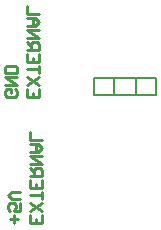
<source format=gbo>
G04*
G04 #@! TF.GenerationSoftware,Altium Limited,Altium Designer,20.2.6 (244)*
G04*
G04 Layer_Color=32896*
%FSLAX44Y44*%
%MOMM*%
G71*
G04*
G04 #@! TF.SameCoordinates,CE6D2A43-BF16-4D6C-96BE-271B1CC6D4BA*
G04*
G04*
G04 #@! TF.FilePolarity,Positive*
G04*
G01*
G75*
%ADD10C,0.2000*%
%ADD13C,0.2540*%
D10*
X142720Y121220D02*
Y133302D01*
X178280D01*
Y118380D02*
Y133302D01*
X142720Y118380D02*
X178280D01*
X142720D02*
Y121220D01*
X125720D02*
Y133302D01*
X161280D01*
Y118380D02*
Y133302D01*
X125720Y118380D02*
X161280D01*
X125720D02*
Y121220D01*
D13*
X78889Y123504D02*
Y116840D01*
X68892D01*
Y123504D01*
X73891Y116840D02*
Y120172D01*
X78889Y126837D02*
X68892Y133501D01*
X78889D02*
X68892Y126837D01*
X78889Y136834D02*
Y143498D01*
Y140166D01*
X68892D01*
X78889Y153495D02*
Y146830D01*
X68892D01*
Y153495D01*
X73891Y146830D02*
Y150163D01*
X68892Y156827D02*
X78889D01*
Y161826D01*
X77223Y163492D01*
X73891D01*
X72224Y161826D01*
Y156827D01*
Y160159D02*
X68892Y163492D01*
Y166824D02*
X78889D01*
X68892Y173488D01*
X78889D01*
X68892Y176821D02*
X75557D01*
X78889Y180153D01*
X75557Y183485D01*
X68892D01*
X73891D01*
Y176821D01*
X78889Y186817D02*
X68892D01*
Y193482D01*
X59131Y123504D02*
X60797Y121838D01*
Y118506D01*
X59131Y116840D01*
X52466D01*
X50800Y118506D01*
Y121838D01*
X52466Y123504D01*
X55798D01*
Y120172D01*
X50800Y126837D02*
X60797D01*
X50800Y133501D01*
X60797D01*
Y136834D02*
X50800D01*
Y141832D01*
X52466Y143498D01*
X59131D01*
X60797Y141832D01*
Y136834D01*
X81429Y16825D02*
Y10160D01*
X71432D01*
Y16825D01*
X76431Y10160D02*
Y13492D01*
X81429Y20157D02*
X71432Y26821D01*
X81429D02*
X71432Y20157D01*
X81429Y30154D02*
Y36818D01*
Y33486D01*
X71432D01*
X81429Y46815D02*
Y40150D01*
X71432D01*
Y46815D01*
X76431Y40150D02*
Y43483D01*
X71432Y50147D02*
X81429D01*
Y55146D01*
X79763Y56812D01*
X76431D01*
X74764Y55146D01*
Y50147D01*
Y53479D02*
X71432Y56812D01*
Y60144D02*
X81429D01*
X71432Y66808D01*
X81429D01*
X71432Y70141D02*
X78097D01*
X81429Y73473D01*
X78097Y76805D01*
X71432D01*
X76431D01*
Y70141D01*
X81429Y80137D02*
X71432D01*
Y86802D01*
X58338Y10160D02*
Y16825D01*
X61671Y13492D02*
X55006D01*
X63337Y26821D02*
Y20157D01*
X58338D01*
X60005Y23489D01*
Y25155D01*
X58338Y26821D01*
X55006D01*
X53340Y25155D01*
Y21823D01*
X55006Y20157D01*
X63337Y30154D02*
X56672D01*
X53340Y33486D01*
X56672Y36818D01*
X63337D01*
M02*

</source>
